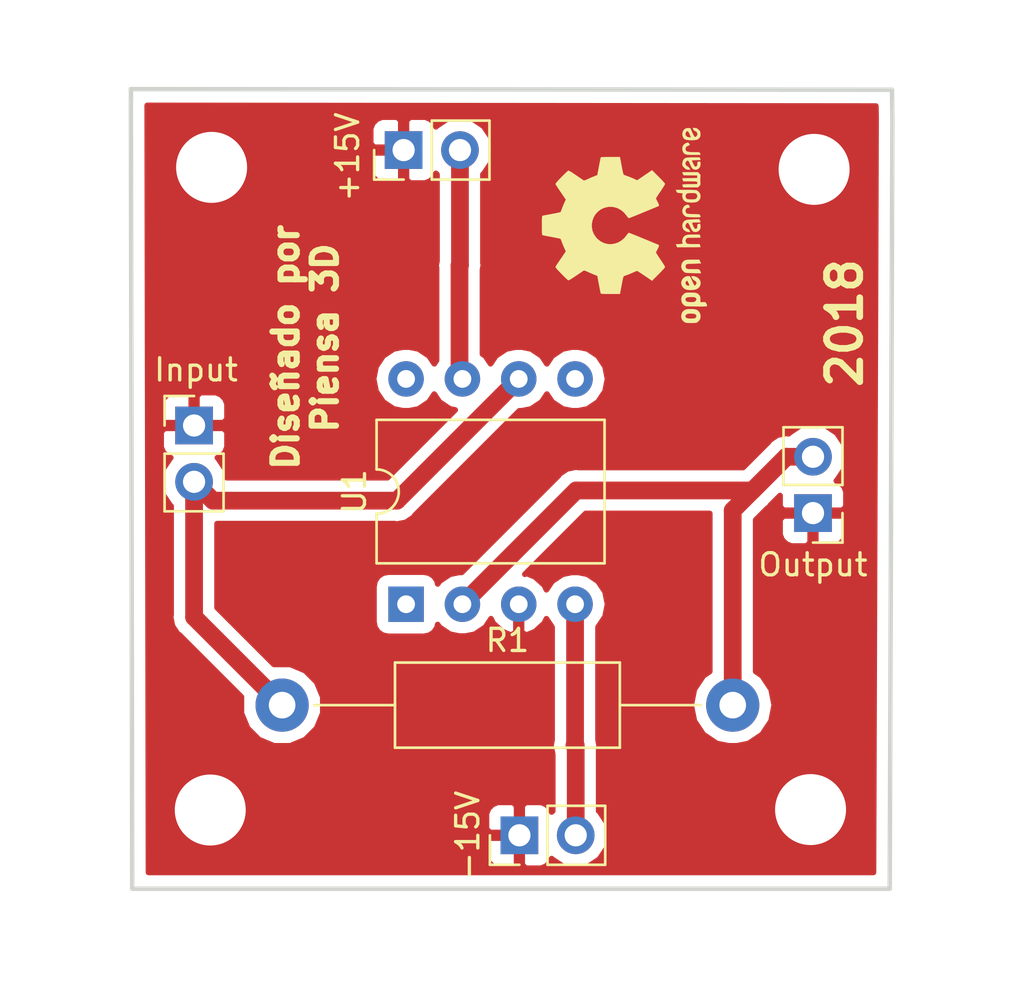
<source format=kicad_pcb>
(kicad_pcb (version 20171130) (host pcbnew 5.0.0-fee4fd1~66~ubuntu16.04.1)

  (general
    (thickness 1.6)
    (drawings 8)
    (tracks 20)
    (zones 0)
    (modules 11)
    (nets 6)
  )

  (page A4)
  (title_block
    (title "Convertidor de corriente-tensión")
    (date 2018-09-03)
    (rev 1.0)
    (company "Piensa 3D")
  )

  (layers
    (0 F.Cu signal)
    (31 B.Cu signal)
    (32 B.Adhes user)
    (33 F.Adhes user)
    (34 B.Paste user)
    (35 F.Paste user)
    (36 B.SilkS user)
    (37 F.SilkS user)
    (38 B.Mask user)
    (39 F.Mask user)
    (40 Dwgs.User user)
    (41 Cmts.User user)
    (42 Eco1.User user)
    (43 Eco2.User user)
    (44 Edge.Cuts user)
    (45 Margin user)
    (46 B.CrtYd user)
    (47 F.CrtYd user)
    (48 B.Fab user)
    (49 F.Fab user)
  )

  (setup
    (last_trace_width 0.8)
    (user_trace_width 0.4)
    (user_trace_width 0.8)
    (user_trace_width 0.9)
    (trace_clearance 0.2)
    (zone_clearance 0.508)
    (zone_45_only no)
    (trace_min 0.2)
    (segment_width 0.2)
    (edge_width 0.15)
    (via_size 0.8)
    (via_drill 0.4)
    (via_min_size 0.4)
    (via_min_drill 0.3)
    (uvia_size 0.3)
    (uvia_drill 0.1)
    (uvias_allowed no)
    (uvia_min_size 0.2)
    (uvia_min_drill 0.1)
    (pcb_text_width 0.3)
    (pcb_text_size 1.5 1.5)
    (mod_edge_width 0.15)
    (mod_text_size 1 1)
    (mod_text_width 0.15)
    (pad_size 1.524 1.524)
    (pad_drill 0.762)
    (pad_to_mask_clearance 0.2)
    (aux_axis_origin 0 0)
    (visible_elements FFFFFF7F)
    (pcbplotparams
      (layerselection 0x010fc_ffffffff)
      (usegerberextensions false)
      (usegerberattributes false)
      (usegerberadvancedattributes false)
      (creategerberjobfile false)
      (excludeedgelayer true)
      (linewidth 0.100000)
      (plotframeref false)
      (viasonmask false)
      (mode 1)
      (useauxorigin false)
      (hpglpennumber 1)
      (hpglpenspeed 20)
      (hpglpendiameter 15.000000)
      (psnegative false)
      (psa4output false)
      (plotreference true)
      (plotvalue true)
      (plotinvisibletext false)
      (padsonsilk false)
      (subtractmaskfromsilk false)
      (outputformat 1)
      (mirror false)
      (drillshape 1)
      (scaleselection 1)
      (outputdirectory ""))
  )

  (net 0 "")
  (net 1 GND)
  (net 2 "Net-(J1-Pad2)")
  (net 3 +15V)
  (net 4 -15V)
  (net 5 "Net-(J4-Pad2)")

  (net_class Default "Esta es la clase de red por defecto."
    (clearance 0.2)
    (trace_width 0.25)
    (via_dia 0.8)
    (via_drill 0.4)
    (uvia_dia 0.3)
    (uvia_drill 0.1)
    (add_net +15V)
    (add_net -15V)
    (add_net GND)
    (add_net "Net-(J1-Pad2)")
    (add_net "Net-(J4-Pad2)")
  )

  (module MountingHole:MountingHole_3.2mm_M3 (layer F.Cu) (tedit 5B8D598D) (tstamp 5BA56C56)
    (at 136.32 57.24)
    (descr "Mounting Hole 3.2mm, no annular, M3")
    (tags "mounting hole 3.2mm no annular m3")
    (attr virtual)
    (fp_text reference REF** (at 0 -4.2) (layer F.SilkS) hide
      (effects (font (size 1 1) (thickness 0.15)))
    )
    (fp_text value MountingHole_3.2mm_M3 (at 0 4.2) (layer F.Fab)
      (effects (font (size 1 1) (thickness 0.15)))
    )
    (fp_text user %R (at 0.3 0) (layer F.Fab)
      (effects (font (size 1 1) (thickness 0.15)))
    )
    (fp_circle (center 0 0) (end 3.2 0) (layer Cmts.User) (width 0.15))
    (fp_circle (center 0 0) (end 3.45 0) (layer F.CrtYd) (width 0.05))
    (pad 1 np_thru_hole circle (at 0 0) (size 3.2 3.2) (drill 3.2) (layers *.Cu *.Mask))
  )

  (module MountingHole:MountingHole_3.2mm_M3 (layer F.Cu) (tedit 5B8D5990) (tstamp 5BA56C2C)
    (at 109.25 57.26)
    (descr "Mounting Hole 3.2mm, no annular, M3")
    (tags "mounting hole 3.2mm no annular m3")
    (attr virtual)
    (fp_text reference REF** (at 0 -4.2) (layer F.SilkS) hide
      (effects (font (size 1 1) (thickness 0.15)))
    )
    (fp_text value MountingHole_3.2mm_M3 (at 0 4.2) (layer F.Fab)
      (effects (font (size 1 1) (thickness 0.15)))
    )
    (fp_circle (center 0 0) (end 3.45 0) (layer F.CrtYd) (width 0.05))
    (fp_circle (center 0 0) (end 3.2 0) (layer Cmts.User) (width 0.15))
    (fp_text user %R (at 0.3 0) (layer F.Fab)
      (effects (font (size 1 1) (thickness 0.15)))
    )
    (pad 1 np_thru_hole circle (at 0 0) (size 3.2 3.2) (drill 3.2) (layers *.Cu *.Mask))
  )

  (module MountingHole:MountingHole_3.2mm_M3 (layer F.Cu) (tedit 5B8D5987) (tstamp 5BA56C1E)
    (at 109.31 28.28)
    (descr "Mounting Hole 3.2mm, no annular, M3")
    (tags "mounting hole 3.2mm no annular m3")
    (attr virtual)
    (fp_text reference REF** (at 0.3 -4.63) (layer F.SilkS) hide
      (effects (font (size 1 1) (thickness 0.15)))
    )
    (fp_text value MountingHole_3.2mm_M3 (at 0 4.2) (layer F.Fab)
      (effects (font (size 1 1) (thickness 0.15)))
    )
    (fp_text user %R (at 0.3 0) (layer F.Fab)
      (effects (font (size 1 1) (thickness 0.15)))
    )
    (fp_circle (center 0 0) (end 3.2 0) (layer Cmts.User) (width 0.15))
    (fp_circle (center 0 0) (end 3.45 0) (layer F.CrtYd) (width 0.05))
    (pad 1 np_thru_hole circle (at 0 0) (size 3.2 3.2) (drill 3.2) (layers *.Cu *.Mask))
  )

  (module Connector_PinHeader_2.54mm:PinHeader_1x02_P2.54mm_Vertical (layer F.Cu) (tedit 5B8D5826) (tstamp 5B9A74D6)
    (at 136.43 43.87 180)
    (descr "Through hole straight pin header, 1x02, 2.54mm pitch, single row")
    (tags "Through hole pin header THT 1x02 2.54mm single row")
    (path /5B8D634B)
    (fp_text reference Output (at 0 -2.33 180) (layer F.SilkS)
      (effects (font (size 1 1) (thickness 0.15)))
    )
    (fp_text value Conn_01x02_Male (at 0 4.87 180) (layer F.Fab)
      (effects (font (size 1 1) (thickness 0.15)))
    )
    (fp_line (start -0.635 -1.27) (end 1.27 -1.27) (layer F.Fab) (width 0.1))
    (fp_line (start 1.27 -1.27) (end 1.27 3.81) (layer F.Fab) (width 0.1))
    (fp_line (start 1.27 3.81) (end -1.27 3.81) (layer F.Fab) (width 0.1))
    (fp_line (start -1.27 3.81) (end -1.27 -0.635) (layer F.Fab) (width 0.1))
    (fp_line (start -1.27 -0.635) (end -0.635 -1.27) (layer F.Fab) (width 0.1))
    (fp_line (start -1.33 3.87) (end 1.33 3.87) (layer F.SilkS) (width 0.12))
    (fp_line (start -1.33 1.27) (end -1.33 3.87) (layer F.SilkS) (width 0.12))
    (fp_line (start 1.33 1.27) (end 1.33 3.87) (layer F.SilkS) (width 0.12))
    (fp_line (start -1.33 1.27) (end 1.33 1.27) (layer F.SilkS) (width 0.12))
    (fp_line (start -1.33 0) (end -1.33 -1.33) (layer F.SilkS) (width 0.12))
    (fp_line (start -1.33 -1.33) (end 0 -1.33) (layer F.SilkS) (width 0.12))
    (fp_line (start -1.8 -1.8) (end -1.8 4.35) (layer F.CrtYd) (width 0.05))
    (fp_line (start -1.8 4.35) (end 1.8 4.35) (layer F.CrtYd) (width 0.05))
    (fp_line (start 1.8 4.35) (end 1.8 -1.8) (layer F.CrtYd) (width 0.05))
    (fp_line (start 1.8 -1.8) (end -1.8 -1.8) (layer F.CrtYd) (width 0.05))
    (fp_text user %R (at 0 1.27 270) (layer F.Fab)
      (effects (font (size 1 1) (thickness 0.15)))
    )
    (pad 1 thru_hole rect (at 0 0 180) (size 1.7 1.7) (drill 1) (layers *.Cu *.Mask)
      (net 1 GND))
    (pad 2 thru_hole oval (at 0 2.54 180) (size 1.7 1.7) (drill 1) (layers *.Cu *.Mask)
      (net 2 "Net-(J1-Pad2)"))
    (model ${KISYS3DMOD}/Connector_PinHeader_2.54mm.3dshapes/PinHeader_1x02_P2.54mm_Vertical.wrl
      (at (xyz 0 0 0))
      (scale (xyz 1 1 1))
      (rotate (xyz 0 0 0))
    )
  )

  (module Connector_PinHeader_2.54mm:PinHeader_1x02_P2.54mm_Vertical (layer F.Cu) (tedit 5B8D57FB) (tstamp 5B9A74EC)
    (at 117.97 27.5 90)
    (descr "Through hole straight pin header, 1x02, 2.54mm pitch, single row")
    (tags "Through hole pin header THT 1x02 2.54mm single row")
    (path /5B8D5BD6)
    (fp_text reference +15V (at -0.31 -2.53 90) (layer F.SilkS)
      (effects (font (size 1 1) (thickness 0.15)))
    )
    (fp_text value Conn_01x02_Male (at 0 4.87 90) (layer F.Fab)
      (effects (font (size 1 1) (thickness 0.15)))
    )
    (fp_line (start -0.635 -1.27) (end 1.27 -1.27) (layer F.Fab) (width 0.1))
    (fp_line (start 1.27 -1.27) (end 1.27 3.81) (layer F.Fab) (width 0.1))
    (fp_line (start 1.27 3.81) (end -1.27 3.81) (layer F.Fab) (width 0.1))
    (fp_line (start -1.27 3.81) (end -1.27 -0.635) (layer F.Fab) (width 0.1))
    (fp_line (start -1.27 -0.635) (end -0.635 -1.27) (layer F.Fab) (width 0.1))
    (fp_line (start -1.33 3.87) (end 1.33 3.87) (layer F.SilkS) (width 0.12))
    (fp_line (start -1.33 1.27) (end -1.33 3.87) (layer F.SilkS) (width 0.12))
    (fp_line (start 1.33 1.27) (end 1.33 3.87) (layer F.SilkS) (width 0.12))
    (fp_line (start -1.33 1.27) (end 1.33 1.27) (layer F.SilkS) (width 0.12))
    (fp_line (start -1.33 0) (end -1.33 -1.33) (layer F.SilkS) (width 0.12))
    (fp_line (start -1.33 -1.33) (end 0 -1.33) (layer F.SilkS) (width 0.12))
    (fp_line (start -1.8 -1.8) (end -1.8 4.35) (layer F.CrtYd) (width 0.05))
    (fp_line (start -1.8 4.35) (end 1.8 4.35) (layer F.CrtYd) (width 0.05))
    (fp_line (start 1.8 4.35) (end 1.8 -1.8) (layer F.CrtYd) (width 0.05))
    (fp_line (start 1.8 -1.8) (end -1.8 -1.8) (layer F.CrtYd) (width 0.05))
    (fp_text user %R (at 0 1.27 180) (layer F.Fab)
      (effects (font (size 1 1) (thickness 0.15)))
    )
    (pad 1 thru_hole rect (at 0 0 90) (size 1.7 1.7) (drill 1) (layers *.Cu *.Mask)
      (net 1 GND))
    (pad 2 thru_hole oval (at 0 2.54 90) (size 1.7 1.7) (drill 1) (layers *.Cu *.Mask)
      (net 3 +15V))
    (model ${KISYS3DMOD}/Connector_PinHeader_2.54mm.3dshapes/PinHeader_1x02_P2.54mm_Vertical.wrl
      (at (xyz 0 0 0))
      (scale (xyz 1 1 1))
      (rotate (xyz 0 0 0))
    )
  )

  (module Connector_PinHeader_2.54mm:PinHeader_1x02_P2.54mm_Vertical (layer F.Cu) (tedit 5B8D581E) (tstamp 5B9A7502)
    (at 123.19 58.4 90)
    (descr "Through hole straight pin header, 1x02, 2.54mm pitch, single row")
    (tags "Through hole pin header THT 1x02 2.54mm single row")
    (path /5B8D5F92)
    (fp_text reference -15V (at 0 -2.33 90) (layer F.SilkS)
      (effects (font (size 1 1) (thickness 0.15)))
    )
    (fp_text value Conn_01x02_Male (at 0 4.87 90) (layer F.Fab)
      (effects (font (size 1 1) (thickness 0.15)))
    )
    (fp_text user %R (at 0 1.27 180) (layer F.Fab)
      (effects (font (size 1 1) (thickness 0.15)))
    )
    (fp_line (start 1.8 -1.8) (end -1.8 -1.8) (layer F.CrtYd) (width 0.05))
    (fp_line (start 1.8 4.35) (end 1.8 -1.8) (layer F.CrtYd) (width 0.05))
    (fp_line (start -1.8 4.35) (end 1.8 4.35) (layer F.CrtYd) (width 0.05))
    (fp_line (start -1.8 -1.8) (end -1.8 4.35) (layer F.CrtYd) (width 0.05))
    (fp_line (start -1.33 -1.33) (end 0 -1.33) (layer F.SilkS) (width 0.12))
    (fp_line (start -1.33 0) (end -1.33 -1.33) (layer F.SilkS) (width 0.12))
    (fp_line (start -1.33 1.27) (end 1.33 1.27) (layer F.SilkS) (width 0.12))
    (fp_line (start 1.33 1.27) (end 1.33 3.87) (layer F.SilkS) (width 0.12))
    (fp_line (start -1.33 1.27) (end -1.33 3.87) (layer F.SilkS) (width 0.12))
    (fp_line (start -1.33 3.87) (end 1.33 3.87) (layer F.SilkS) (width 0.12))
    (fp_line (start -1.27 -0.635) (end -0.635 -1.27) (layer F.Fab) (width 0.1))
    (fp_line (start -1.27 3.81) (end -1.27 -0.635) (layer F.Fab) (width 0.1))
    (fp_line (start 1.27 3.81) (end -1.27 3.81) (layer F.Fab) (width 0.1))
    (fp_line (start 1.27 -1.27) (end 1.27 3.81) (layer F.Fab) (width 0.1))
    (fp_line (start -0.635 -1.27) (end 1.27 -1.27) (layer F.Fab) (width 0.1))
    (pad 2 thru_hole oval (at 0 2.54 90) (size 1.7 1.7) (drill 1) (layers *.Cu *.Mask)
      (net 4 -15V))
    (pad 1 thru_hole rect (at 0 0 90) (size 1.7 1.7) (drill 1) (layers *.Cu *.Mask)
      (net 1 GND))
    (model ${KISYS3DMOD}/Connector_PinHeader_2.54mm.3dshapes/PinHeader_1x02_P2.54mm_Vertical.wrl
      (at (xyz 0 0 0))
      (scale (xyz 1 1 1))
      (rotate (xyz 0 0 0))
    )
  )

  (module Connector_PinHeader_2.54mm:PinHeader_1x02_P2.54mm_Vertical (layer F.Cu) (tedit 5B8D5814) (tstamp 5B9A7518)
    (at 108.52 39.92)
    (descr "Through hole straight pin header, 1x02, 2.54mm pitch, single row")
    (tags "Through hole pin header THT 1x02 2.54mm single row")
    (path /5B8D67B8)
    (fp_text reference "Input " (at 0.47 -2.51) (layer F.SilkS)
      (effects (font (size 1 1) (thickness 0.15)))
    )
    (fp_text value Conn_01x02_Male (at 0 4.87) (layer F.Fab)
      (effects (font (size 1 1) (thickness 0.15)))
    )
    (fp_text user %R (at 0 1.27 90) (layer F.Fab)
      (effects (font (size 1 1) (thickness 0.15)))
    )
    (fp_line (start 1.8 -1.8) (end -1.8 -1.8) (layer F.CrtYd) (width 0.05))
    (fp_line (start 1.8 4.35) (end 1.8 -1.8) (layer F.CrtYd) (width 0.05))
    (fp_line (start -1.8 4.35) (end 1.8 4.35) (layer F.CrtYd) (width 0.05))
    (fp_line (start -1.8 -1.8) (end -1.8 4.35) (layer F.CrtYd) (width 0.05))
    (fp_line (start -1.33 -1.33) (end 0 -1.33) (layer F.SilkS) (width 0.12))
    (fp_line (start -1.33 0) (end -1.33 -1.33) (layer F.SilkS) (width 0.12))
    (fp_line (start -1.33 1.27) (end 1.33 1.27) (layer F.SilkS) (width 0.12))
    (fp_line (start 1.33 1.27) (end 1.33 3.87) (layer F.SilkS) (width 0.12))
    (fp_line (start -1.33 1.27) (end -1.33 3.87) (layer F.SilkS) (width 0.12))
    (fp_line (start -1.33 3.87) (end 1.33 3.87) (layer F.SilkS) (width 0.12))
    (fp_line (start -1.27 -0.635) (end -0.635 -1.27) (layer F.Fab) (width 0.1))
    (fp_line (start -1.27 3.81) (end -1.27 -0.635) (layer F.Fab) (width 0.1))
    (fp_line (start 1.27 3.81) (end -1.27 3.81) (layer F.Fab) (width 0.1))
    (fp_line (start 1.27 -1.27) (end 1.27 3.81) (layer F.Fab) (width 0.1))
    (fp_line (start -0.635 -1.27) (end 1.27 -1.27) (layer F.Fab) (width 0.1))
    (pad 2 thru_hole oval (at 0 2.54) (size 1.7 1.7) (drill 1) (layers *.Cu *.Mask)
      (net 5 "Net-(J4-Pad2)"))
    (pad 1 thru_hole rect (at 0 0) (size 1.7 1.7) (drill 1) (layers *.Cu *.Mask)
      (net 1 GND))
    (model ${KISYS3DMOD}/Connector_PinHeader_2.54mm.3dshapes/PinHeader_1x02_P2.54mm_Vertical.wrl
      (at (xyz 0 0 0))
      (scale (xyz 1 1 1))
      (rotate (xyz 0 0 0))
    )
  )

  (module Resistor_THT:R_Axial_DIN0411_L9.9mm_D3.6mm_P20.32mm_Horizontal (layer F.Cu) (tedit 5AE5139B) (tstamp 5B9A7CC7)
    (at 112.49 52.53)
    (descr "Resistor, Axial_DIN0411 series, Axial, Horizontal, pin pitch=20.32mm, 1W, length*diameter=9.9*3.6mm^2")
    (tags "Resistor Axial_DIN0411 series Axial Horizontal pin pitch 20.32mm 1W length 9.9mm diameter 3.6mm")
    (path /5B8D5589)
    (fp_text reference R1 (at 10.16 -2.92) (layer F.SilkS)
      (effects (font (size 1 1) (thickness 0.15)))
    )
    (fp_text value 1k (at 10.16 2.92) (layer F.Fab)
      (effects (font (size 1 1) (thickness 0.15)))
    )
    (fp_line (start 5.21 -1.8) (end 5.21 1.8) (layer F.Fab) (width 0.1))
    (fp_line (start 5.21 1.8) (end 15.11 1.8) (layer F.Fab) (width 0.1))
    (fp_line (start 15.11 1.8) (end 15.11 -1.8) (layer F.Fab) (width 0.1))
    (fp_line (start 15.11 -1.8) (end 5.21 -1.8) (layer F.Fab) (width 0.1))
    (fp_line (start 0 0) (end 5.21 0) (layer F.Fab) (width 0.1))
    (fp_line (start 20.32 0) (end 15.11 0) (layer F.Fab) (width 0.1))
    (fp_line (start 5.09 -1.92) (end 5.09 1.92) (layer F.SilkS) (width 0.12))
    (fp_line (start 5.09 1.92) (end 15.23 1.92) (layer F.SilkS) (width 0.12))
    (fp_line (start 15.23 1.92) (end 15.23 -1.92) (layer F.SilkS) (width 0.12))
    (fp_line (start 15.23 -1.92) (end 5.09 -1.92) (layer F.SilkS) (width 0.12))
    (fp_line (start 1.44 0) (end 5.09 0) (layer F.SilkS) (width 0.12))
    (fp_line (start 18.88 0) (end 15.23 0) (layer F.SilkS) (width 0.12))
    (fp_line (start -1.45 -2.05) (end -1.45 2.05) (layer F.CrtYd) (width 0.05))
    (fp_line (start -1.45 2.05) (end 21.77 2.05) (layer F.CrtYd) (width 0.05))
    (fp_line (start 21.77 2.05) (end 21.77 -2.05) (layer F.CrtYd) (width 0.05))
    (fp_line (start 21.77 -2.05) (end -1.45 -2.05) (layer F.CrtYd) (width 0.05))
    (fp_text user %R (at 10.16 0 90) (layer F.Fab)
      (effects (font (size 1 1) (thickness 0.15)))
    )
    (pad 1 thru_hole circle (at 0 0) (size 2.4 2.4) (drill 1.2) (layers *.Cu *.Mask)
      (net 5 "Net-(J4-Pad2)"))
    (pad 2 thru_hole oval (at 20.32 0) (size 2.4 2.4) (drill 1.2) (layers *.Cu *.Mask)
      (net 2 "Net-(J1-Pad2)"))
    (model ${KISYS3DMOD}/Resistor_THT.3dshapes/R_Axial_DIN0411_L9.9mm_D3.6mm_P20.32mm_Horizontal.wrl
      (at (xyz 0 0 0))
      (scale (xyz 1 1 1))
      (rotate (xyz 0 0 0))
    )
  )

  (module Package_DIP:DIP-8_W10.16mm (layer F.Cu) (tedit 5A02E8C5) (tstamp 5B9A754B)
    (at 118.08 47.98 90)
    (descr "8-lead though-hole mounted DIP package, row spacing 10.16 mm (400 mils)")
    (tags "THT DIP DIL PDIP 2.54mm 10.16mm 400mil")
    (path /5B8D53EA)
    (fp_text reference U1 (at 5.08 -2.33 90) (layer F.SilkS)
      (effects (font (size 1 1) (thickness 0.15)))
    )
    (fp_text value LM741 (at 5.08 9.95 90) (layer F.Fab)
      (effects (font (size 1 1) (thickness 0.15)))
    )
    (fp_arc (start 5.08 -1.33) (end 4.08 -1.33) (angle -180) (layer F.SilkS) (width 0.12))
    (fp_line (start 2.905 -1.27) (end 8.255 -1.27) (layer F.Fab) (width 0.1))
    (fp_line (start 8.255 -1.27) (end 8.255 8.89) (layer F.Fab) (width 0.1))
    (fp_line (start 8.255 8.89) (end 1.905 8.89) (layer F.Fab) (width 0.1))
    (fp_line (start 1.905 8.89) (end 1.905 -0.27) (layer F.Fab) (width 0.1))
    (fp_line (start 1.905 -0.27) (end 2.905 -1.27) (layer F.Fab) (width 0.1))
    (fp_line (start 4.08 -1.33) (end 1.845 -1.33) (layer F.SilkS) (width 0.12))
    (fp_line (start 1.845 -1.33) (end 1.845 8.95) (layer F.SilkS) (width 0.12))
    (fp_line (start 1.845 8.95) (end 8.315 8.95) (layer F.SilkS) (width 0.12))
    (fp_line (start 8.315 8.95) (end 8.315 -1.33) (layer F.SilkS) (width 0.12))
    (fp_line (start 8.315 -1.33) (end 6.08 -1.33) (layer F.SilkS) (width 0.12))
    (fp_line (start -1.05 -1.55) (end -1.05 9.15) (layer F.CrtYd) (width 0.05))
    (fp_line (start -1.05 9.15) (end 11.25 9.15) (layer F.CrtYd) (width 0.05))
    (fp_line (start 11.25 9.15) (end 11.25 -1.55) (layer F.CrtYd) (width 0.05))
    (fp_line (start 11.25 -1.55) (end -1.05 -1.55) (layer F.CrtYd) (width 0.05))
    (fp_text user %R (at 5.08 3.81 90) (layer F.Fab)
      (effects (font (size 1 1) (thickness 0.15)))
    )
    (pad 1 thru_hole rect (at 0 0 90) (size 1.6 1.6) (drill 0.8) (layers *.Cu *.Mask))
    (pad 5 thru_hole oval (at 10.16 7.62 90) (size 1.6 1.6) (drill 0.8) (layers *.Cu *.Mask))
    (pad 2 thru_hole oval (at 0 2.54 90) (size 1.6 1.6) (drill 0.8) (layers *.Cu *.Mask)
      (net 2 "Net-(J1-Pad2)"))
    (pad 6 thru_hole oval (at 10.16 5.08 90) (size 1.6 1.6) (drill 0.8) (layers *.Cu *.Mask)
      (net 5 "Net-(J4-Pad2)"))
    (pad 3 thru_hole oval (at 0 5.08 90) (size 1.6 1.6) (drill 0.8) (layers *.Cu *.Mask)
      (net 1 GND))
    (pad 7 thru_hole oval (at 10.16 2.54 90) (size 1.6 1.6) (drill 0.8) (layers *.Cu *.Mask)
      (net 3 +15V))
    (pad 4 thru_hole oval (at 0 7.62 90) (size 1.6 1.6) (drill 0.8) (layers *.Cu *.Mask)
      (net 4 -15V))
    (pad 8 thru_hole oval (at 10.16 0 90) (size 1.6 1.6) (drill 0.8) (layers *.Cu *.Mask))
    (model ${KISYS3DMOD}/Package_DIP.3dshapes/DIP-8_W10.16mm.wrl
      (at (xyz 0 0 0))
      (scale (xyz 1 1 1))
      (rotate (xyz 0 0 0))
    )
  )

  (module Symbol:OSHW-Logo2_9.8x8mm_SilkScreen (layer F.Cu) (tedit 0) (tstamp 5BA56BED)
    (at 127.92 30.9 90)
    (descr "Open Source Hardware Symbol")
    (tags "Logo Symbol OSHW")
    (attr virtual)
    (fp_text reference REF** (at 0 0 90) (layer F.SilkS) hide
      (effects (font (size 1 1) (thickness 0.15)))
    )
    (fp_text value OSHW-Logo2_9.8x8mm_SilkScreen (at 0.75 0 90) (layer F.Fab) hide
      (effects (font (size 1 1) (thickness 0.15)))
    )
    (fp_poly (pts (xy 0.139878 -3.712224) (xy 0.245612 -3.711645) (xy 0.322132 -3.710078) (xy 0.374372 -3.707028)
      (xy 0.407263 -3.702004) (xy 0.425737 -3.694511) (xy 0.434727 -3.684056) (xy 0.439163 -3.670147)
      (xy 0.439594 -3.668346) (xy 0.446333 -3.635855) (xy 0.458808 -3.571748) (xy 0.475719 -3.482849)
      (xy 0.495771 -3.375981) (xy 0.517664 -3.257967) (xy 0.518429 -3.253822) (xy 0.540359 -3.138169)
      (xy 0.560877 -3.035986) (xy 0.578659 -2.953402) (xy 0.592381 -2.896544) (xy 0.600718 -2.871542)
      (xy 0.601116 -2.871099) (xy 0.625677 -2.85889) (xy 0.676315 -2.838544) (xy 0.742095 -2.814455)
      (xy 0.742461 -2.814326) (xy 0.825317 -2.783182) (xy 0.923 -2.743509) (xy 1.015077 -2.703619)
      (xy 1.019434 -2.701647) (xy 1.169407 -2.63358) (xy 1.501498 -2.860361) (xy 1.603374 -2.929496)
      (xy 1.695657 -2.991303) (xy 1.773003 -3.042267) (xy 1.830064 -3.078873) (xy 1.861495 -3.097606)
      (xy 1.864479 -3.098996) (xy 1.887321 -3.09281) (xy 1.929982 -3.062965) (xy 1.994128 -3.008053)
      (xy 2.081421 -2.926666) (xy 2.170535 -2.840078) (xy 2.256441 -2.754753) (xy 2.333327 -2.676892)
      (xy 2.396564 -2.611303) (xy 2.441523 -2.562795) (xy 2.463576 -2.536175) (xy 2.464396 -2.534805)
      (xy 2.466834 -2.516537) (xy 2.45765 -2.486705) (xy 2.434574 -2.441279) (xy 2.395337 -2.37623)
      (xy 2.33767 -2.28753) (xy 2.260795 -2.173343) (xy 2.19257 -2.072838) (xy 2.131582 -1.982697)
      (xy 2.081356 -1.908151) (xy 2.045416 -1.854435) (xy 2.027287 -1.826782) (xy 2.026146 -1.824905)
      (xy 2.028359 -1.79841) (xy 2.045138 -1.746914) (xy 2.073142 -1.680149) (xy 2.083122 -1.658828)
      (xy 2.126672 -1.563841) (xy 2.173134 -1.456063) (xy 2.210877 -1.362808) (xy 2.238073 -1.293594)
      (xy 2.259675 -1.240994) (xy 2.272158 -1.213503) (xy 2.273709 -1.211384) (xy 2.296668 -1.207876)
      (xy 2.350786 -1.198262) (xy 2.428868 -1.183911) (xy 2.523719 -1.166193) (xy 2.628143 -1.146475)
      (xy 2.734944 -1.126126) (xy 2.836926 -1.106514) (xy 2.926894 -1.089009) (xy 2.997653 -1.074978)
      (xy 3.042006 -1.065791) (xy 3.052885 -1.063193) (xy 3.064122 -1.056782) (xy 3.072605 -1.042303)
      (xy 3.078714 -1.014867) (xy 3.082832 -0.969589) (xy 3.085341 -0.90158) (xy 3.086621 -0.805953)
      (xy 3.087054 -0.67782) (xy 3.087077 -0.625299) (xy 3.087077 -0.198155) (xy 2.9845 -0.177909)
      (xy 2.927431 -0.16693) (xy 2.842269 -0.150905) (xy 2.739372 -0.131767) (xy 2.629096 -0.111449)
      (xy 2.598615 -0.105868) (xy 2.496855 -0.086083) (xy 2.408205 -0.066627) (xy 2.340108 -0.049303)
      (xy 2.300004 -0.035912) (xy 2.293323 -0.031921) (xy 2.276919 -0.003658) (xy 2.253399 0.051109)
      (xy 2.227316 0.121588) (xy 2.222142 0.136769) (xy 2.187956 0.230896) (xy 2.145523 0.337101)
      (xy 2.103997 0.432473) (xy 2.103792 0.432916) (xy 2.03464 0.582525) (xy 2.489512 1.251617)
      (xy 2.1975 1.544116) (xy 2.10918 1.63117) (xy 2.028625 1.707909) (xy 1.96036 1.770237)
      (xy 1.908908 1.814056) (xy 1.878794 1.83527) (xy 1.874474 1.836616) (xy 1.849111 1.826016)
      (xy 1.797358 1.796547) (xy 1.724868 1.751705) (xy 1.637294 1.694984) (xy 1.542612 1.631462)
      (xy 1.446516 1.566668) (xy 1.360837 1.510287) (xy 1.291016 1.465788) (xy 1.242494 1.436639)
      (xy 1.220782 1.426308) (xy 1.194293 1.43505) (xy 1.144062 1.458087) (xy 1.080451 1.490631)
      (xy 1.073708 1.494249) (xy 0.988046 1.53721) (xy 0.929306 1.558279) (xy 0.892772 1.558503)
      (xy 0.873731 1.538928) (xy 0.87362 1.538654) (xy 0.864102 1.515472) (xy 0.841403 1.460441)
      (xy 0.807282 1.377822) (xy 0.7635 1.271872) (xy 0.711816 1.146852) (xy 0.653992 1.00702)
      (xy 0.597991 0.871637) (xy 0.536447 0.722234) (xy 0.479939 0.583832) (xy 0.430161 0.460673)
      (xy 0.388806 0.357002) (xy 0.357568 0.277059) (xy 0.338141 0.225088) (xy 0.332154 0.205692)
      (xy 0.347168 0.183443) (xy 0.386439 0.147982) (xy 0.438807 0.108887) (xy 0.587941 -0.014755)
      (xy 0.704511 -0.156478) (xy 0.787118 -0.313296) (xy 0.834366 -0.482225) (xy 0.844857 -0.660278)
      (xy 0.837231 -0.742461) (xy 0.795682 -0.912969) (xy 0.724123 -1.063541) (xy 0.626995 -1.192691)
      (xy 0.508734 -1.298936) (xy 0.37378 -1.38079) (xy 0.226571 -1.436768) (xy 0.071544 -1.465385)
      (xy -0.086861 -1.465156) (xy -0.244206 -1.434595) (xy -0.396054 -1.372218) (xy -0.537965 -1.27654)
      (xy -0.597197 -1.222428) (xy -0.710797 -1.08348) (xy -0.789894 -0.931639) (xy -0.835014 -0.771333)
      (xy -0.846684 -0.606988) (xy -0.825431 -0.443029) (xy -0.77178 -0.283882) (xy -0.68626 -0.133975)
      (xy -0.569395 0.002267) (xy -0.438807 0.108887) (xy -0.384412 0.149642) (xy -0.345986 0.184718)
      (xy -0.332154 0.205726) (xy -0.339397 0.228635) (xy -0.359995 0.283365) (xy -0.392254 0.365672)
      (xy -0.434479 0.471315) (xy -0.484977 0.59605) (xy -0.542052 0.735636) (xy -0.598146 0.87167)
      (xy -0.660033 1.021201) (xy -0.717356 1.159767) (xy -0.768356 1.283107) (xy -0.811273 1.386964)
      (xy -0.844347 1.46708) (xy -0.865819 1.519195) (xy -0.873775 1.538654) (xy -0.892571 1.558423)
      (xy -0.928926 1.558365) (xy -0.987521 1.537441) (xy -1.073032 1.494613) (xy -1.073708 1.494249)
      (xy -1.138093 1.461012) (xy -1.190139 1.436802) (xy -1.219488 1.426404) (xy -1.220783 1.426308)
      (xy -1.242876 1.436855) (xy -1.291652 1.466184) (xy -1.361669 1.510827) (xy -1.447486 1.567314)
      (xy -1.542612 1.631462) (xy -1.63946 1.696411) (xy -1.726747 1.752896) (xy -1.798819 1.797421)
      (xy -1.850023 1.82649) (xy -1.874474 1.836616) (xy -1.89699 1.823307) (xy -1.942258 1.786112)
      (xy -2.005756 1.729128) (xy -2.082961 1.656449) (xy -2.169349 1.572171) (xy -2.197601 1.544016)
      (xy -2.489713 1.251416) (xy -2.267369 0.925104) (xy -2.199798 0.824897) (xy -2.140493 0.734963)
      (xy -2.092783 0.66051) (xy -2.059993 0.606751) (xy -2.045452 0.578894) (xy -2.045026 0.576912)
      (xy -2.052692 0.550655) (xy -2.073311 0.497837) (xy -2.103315 0.42731) (xy -2.124375 0.380093)
      (xy -2.163752 0.289694) (xy -2.200835 0.198366) (xy -2.229585 0.1212) (xy -2.237395 0.097692)
      (xy -2.259583 0.034916) (xy -2.281273 -0.013589) (xy -2.293187 -0.031921) (xy -2.319477 -0.043141)
      (xy -2.376858 -0.059046) (xy -2.457882 -0.077833) (xy -2.555105 -0.097701) (xy -2.598615 -0.105868)
      (xy -2.709104 -0.126171) (xy -2.815084 -0.14583) (xy -2.906199 -0.162912) (xy -2.972092 -0.175482)
      (xy -2.9845 -0.177909) (xy -3.087077 -0.198155) (xy -3.087077 -0.625299) (xy -3.086847 -0.765754)
      (xy -3.085901 -0.872021) (xy -3.083859 -0.948987) (xy -3.080338 -1.00154) (xy -3.074957 -1.034567)
      (xy -3.067334 -1.052955) (xy -3.057088 -1.061592) (xy -3.052885 -1.063193) (xy -3.02753 -1.068873)
      (xy -2.971516 -1.080205) (xy -2.892036 -1.095821) (xy -2.796288 -1.114353) (xy -2.691467 -1.134431)
      (xy -2.584768 -1.154688) (xy -2.483387 -1.173754) (xy -2.394521 -1.190261) (xy -2.325363 -1.202841)
      (xy -2.283111 -1.210125) (xy -2.27371 -1.211384) (xy -2.265193 -1.228237) (xy -2.24634 -1.27313)
      (xy -2.220676 -1.33757) (xy -2.210877 -1.362808) (xy -2.171352 -1.460314) (xy -2.124808 -1.568041)
      (xy -2.083123 -1.658828) (xy -2.05245 -1.728247) (xy -2.032044 -1.78529) (xy -2.025232 -1.820223)
      (xy -2.026318 -1.824905) (xy -2.040715 -1.847009) (xy -2.073588 -1.896169) (xy -2.12141 -1.967152)
      (xy -2.180652 -2.054722) (xy -2.247785 -2.153643) (xy -2.261059 -2.17317) (xy -2.338954 -2.28886)
      (xy -2.396213 -2.376956) (xy -2.435119 -2.441514) (xy -2.457956 -2.486589) (xy -2.467006 -2.516237)
      (xy -2.464552 -2.534515) (xy -2.464489 -2.534631) (xy -2.445173 -2.558639) (xy -2.402449 -2.605053)
      (xy -2.340949 -2.669063) (xy -2.265302 -2.745855) (xy -2.180139 -2.830618) (xy -2.170535 -2.840078)
      (xy -2.06321 -2.944011) (xy -1.980385 -3.020325) (xy -1.920395 -3.070429) (xy -1.881577 -3.09573)
      (xy -1.86448 -3.098996) (xy -1.839527 -3.08475) (xy -1.787745 -3.051844) (xy -1.71448 -3.003792)
      (xy -1.62508 -2.94411) (xy -1.524889 -2.876312) (xy -1.501499 -2.860361) (xy -1.169407 -2.63358)
      (xy -1.019435 -2.701647) (xy -0.92823 -2.741315) (xy -0.830331 -2.781209) (xy -0.746169 -2.813017)
      (xy -0.742462 -2.814326) (xy -0.676631 -2.838424) (xy -0.625884 -2.8588) (xy -0.601158 -2.871064)
      (xy -0.601116 -2.871099) (xy -0.593271 -2.893266) (xy -0.579934 -2.947783) (xy -0.56243 -3.02852)
      (xy -0.542083 -3.12935) (xy -0.520218 -3.244144) (xy -0.518429 -3.253822) (xy -0.496496 -3.372096)
      (xy -0.47636 -3.479458) (xy -0.45932 -3.569083) (xy -0.446672 -3.634149) (xy -0.439716 -3.667832)
      (xy -0.439594 -3.668346) (xy -0.435361 -3.682675) (xy -0.427129 -3.693493) (xy -0.409967 -3.701294)
      (xy -0.378942 -3.706571) (xy -0.329122 -3.709818) (xy -0.255576 -3.711528) (xy -0.153371 -3.712193)
      (xy -0.017575 -3.712307) (xy 0 -3.712308) (xy 0.139878 -3.712224)) (layer F.SilkS) (width 0.01))
    (fp_poly (pts (xy 4.245224 2.647838) (xy 4.322528 2.698361) (xy 4.359814 2.74359) (xy 4.389353 2.825663)
      (xy 4.391699 2.890607) (xy 4.386385 2.977445) (xy 4.186115 3.065103) (xy 4.088739 3.109887)
      (xy 4.025113 3.145913) (xy 3.992029 3.177117) (xy 3.98628 3.207436) (xy 4.004658 3.240805)
      (xy 4.024923 3.262923) (xy 4.083889 3.298393) (xy 4.148024 3.300879) (xy 4.206926 3.273235)
      (xy 4.250197 3.21832) (xy 4.257936 3.198928) (xy 4.295006 3.138364) (xy 4.337654 3.112552)
      (xy 4.396154 3.090471) (xy 4.396154 3.174184) (xy 4.390982 3.23115) (xy 4.370723 3.279189)
      (xy 4.328262 3.334346) (xy 4.321951 3.341514) (xy 4.27472 3.390585) (xy 4.234121 3.41692)
      (xy 4.183328 3.429035) (xy 4.14122 3.433003) (xy 4.065902 3.433991) (xy 4.012286 3.421466)
      (xy 3.978838 3.402869) (xy 3.926268 3.361975) (xy 3.889879 3.317748) (xy 3.86685 3.262126)
      (xy 3.854359 3.187047) (xy 3.849587 3.084449) (xy 3.849206 3.032376) (xy 3.850501 2.969948)
      (xy 3.968471 2.969948) (xy 3.969839 3.003438) (xy 3.973249 3.008923) (xy 3.995753 3.001472)
      (xy 4.044182 2.981753) (xy 4.108908 2.953718) (xy 4.122443 2.947692) (xy 4.204244 2.906096)
      (xy 4.249312 2.869538) (xy 4.259217 2.835296) (xy 4.235526 2.800648) (xy 4.21596 2.785339)
      (xy 4.14536 2.754721) (xy 4.07928 2.75978) (xy 4.023959 2.797151) (xy 3.985636 2.863473)
      (xy 3.973349 2.916116) (xy 3.968471 2.969948) (xy 3.850501 2.969948) (xy 3.85173 2.91072)
      (xy 3.861032 2.82071) (xy 3.87946 2.755167) (xy 3.90936 2.706912) (xy 3.95308 2.668767)
      (xy 3.972141 2.65644) (xy 4.058726 2.624336) (xy 4.153522 2.622316) (xy 4.245224 2.647838)) (layer F.SilkS) (width 0.01))
    (fp_poly (pts (xy 3.570807 2.636782) (xy 3.594161 2.646988) (xy 3.649902 2.691134) (xy 3.697569 2.754967)
      (xy 3.727048 2.823087) (xy 3.731846 2.85667) (xy 3.71576 2.903556) (xy 3.680475 2.928365)
      (xy 3.642644 2.943387) (xy 3.625321 2.946155) (xy 3.616886 2.926066) (xy 3.60023 2.882351)
      (xy 3.592923 2.862598) (xy 3.551948 2.794271) (xy 3.492622 2.760191) (xy 3.416552 2.761239)
      (xy 3.410918 2.762581) (xy 3.370305 2.781836) (xy 3.340448 2.819375) (xy 3.320055 2.879809)
      (xy 3.307836 2.967751) (xy 3.3025 3.087813) (xy 3.302 3.151698) (xy 3.301752 3.252403)
      (xy 3.300126 3.321054) (xy 3.295801 3.364673) (xy 3.287454 3.390282) (xy 3.273765 3.404903)
      (xy 3.253411 3.415558) (xy 3.252234 3.416095) (xy 3.213038 3.432667) (xy 3.193619 3.438769)
      (xy 3.190635 3.420319) (xy 3.188081 3.369323) (xy 3.18614 3.292308) (xy 3.184997 3.195805)
      (xy 3.184769 3.125184) (xy 3.185932 2.988525) (xy 3.190479 2.884851) (xy 3.199999 2.808108)
      (xy 3.216081 2.752246) (xy 3.240313 2.711212) (xy 3.274286 2.678954) (xy 3.307833 2.65644)
      (xy 3.388499 2.626476) (xy 3.482381 2.619718) (xy 3.570807 2.636782)) (layer F.SilkS) (width 0.01))
    (fp_poly (pts (xy 2.887333 2.633528) (xy 2.94359 2.659117) (xy 2.987747 2.690124) (xy 3.020101 2.724795)
      (xy 3.042438 2.76952) (xy 3.056546 2.830692) (xy 3.064211 2.914701) (xy 3.06722 3.02794)
      (xy 3.067538 3.102509) (xy 3.067538 3.39342) (xy 3.017773 3.416095) (xy 2.978576 3.432667)
      (xy 2.959157 3.438769) (xy 2.955442 3.42061) (xy 2.952495 3.371648) (xy 2.950691 3.300153)
      (xy 2.950308 3.243385) (xy 2.948661 3.161371) (xy 2.944222 3.096309) (xy 2.93774 3.056467)
      (xy 2.93259 3.048) (xy 2.897977 3.056646) (xy 2.84364 3.078823) (xy 2.780722 3.108886)
      (xy 2.720368 3.141192) (xy 2.673721 3.170098) (xy 2.651926 3.189961) (xy 2.651839 3.190175)
      (xy 2.653714 3.226935) (xy 2.670525 3.262026) (xy 2.700039 3.290528) (xy 2.743116 3.300061)
      (xy 2.779932 3.29895) (xy 2.832074 3.298133) (xy 2.859444 3.310349) (xy 2.875882 3.342624)
      (xy 2.877955 3.34871) (xy 2.885081 3.394739) (xy 2.866024 3.422687) (xy 2.816353 3.436007)
      (xy 2.762697 3.43847) (xy 2.666142 3.42021) (xy 2.616159 3.394131) (xy 2.554429 3.332868)
      (xy 2.52169 3.25767) (xy 2.518753 3.178211) (xy 2.546424 3.104167) (xy 2.588047 3.057769)
      (xy 2.629604 3.031793) (xy 2.694922 2.998907) (xy 2.771038 2.965557) (xy 2.783726 2.960461)
      (xy 2.867333 2.923565) (xy 2.91553 2.891046) (xy 2.93103 2.858718) (xy 2.91655 2.822394)
      (xy 2.891692 2.794) (xy 2.832939 2.759039) (xy 2.768293 2.756417) (xy 2.709008 2.783358)
      (xy 2.666339 2.837088) (xy 2.660739 2.85095) (xy 2.628133 2.901936) (xy 2.58053 2.939787)
      (xy 2.520461 2.97085) (xy 2.520461 2.882768) (xy 2.523997 2.828951) (xy 2.539156 2.786534)
      (xy 2.572768 2.741279) (xy 2.605035 2.70642) (xy 2.655209 2.657062) (xy 2.694193 2.630547)
      (xy 2.736064 2.619911) (xy 2.78346 2.618154) (xy 2.887333 2.633528)) (layer F.SilkS) (width 0.01))
    (fp_poly (pts (xy 2.395929 2.636662) (xy 2.398911 2.688068) (xy 2.401247 2.766192) (xy 2.402749 2.864857)
      (xy 2.403231 2.968343) (xy 2.403231 3.318533) (xy 2.341401 3.380363) (xy 2.298793 3.418462)
      (xy 2.26139 3.433895) (xy 2.21027 3.432918) (xy 2.189978 3.430433) (xy 2.126554 3.4232)
      (xy 2.074095 3.419055) (xy 2.061308 3.418672) (xy 2.018199 3.421176) (xy 1.956544 3.427462)
      (xy 1.932638 3.430433) (xy 1.873922 3.435028) (xy 1.834464 3.425046) (xy 1.795338 3.394228)
      (xy 1.781215 3.380363) (xy 1.719385 3.318533) (xy 1.719385 2.663503) (xy 1.76915 2.640829)
      (xy 1.812002 2.624034) (xy 1.837073 2.618154) (xy 1.843501 2.636736) (xy 1.849509 2.688655)
      (xy 1.854697 2.768172) (xy 1.858664 2.869546) (xy 1.860577 2.955192) (xy 1.865923 3.292231)
      (xy 1.91256 3.298825) (xy 1.954976 3.294214) (xy 1.97576 3.279287) (xy 1.98157 3.251377)
      (xy 1.98653 3.191925) (xy 1.990246 3.108466) (xy 1.992324 3.008532) (xy 1.992624 2.957104)
      (xy 1.992923 2.661054) (xy 2.054454 2.639604) (xy 2.098004 2.62502) (xy 2.121694 2.618219)
      (xy 2.122377 2.618154) (xy 2.124754 2.636642) (xy 2.127366 2.687906) (xy 2.129995 2.765649)
      (xy 2.132421 2.863574) (xy 2.134115 2.955192) (xy 2.139461 3.292231) (xy 2.256692 3.292231)
      (xy 2.262072 2.984746) (xy 2.267451 2.677261) (xy 2.324601 2.647707) (xy 2.366797 2.627413)
      (xy 2.39177 2.618204) (xy 2.392491 2.618154) (xy 2.395929 2.636662)) (layer F.SilkS) (width 0.01))
    (fp_poly (pts (xy 1.602081 2.780289) (xy 1.601833 2.92632) (xy 1.600872 3.038655) (xy 1.598794 3.122678)
      (xy 1.595193 3.183769) (xy 1.589665 3.227309) (xy 1.581804 3.258679) (xy 1.571207 3.283262)
      (xy 1.563182 3.297294) (xy 1.496728 3.373388) (xy 1.41247 3.421084) (xy 1.319249 3.438199)
      (xy 1.2259 3.422546) (xy 1.170312 3.394418) (xy 1.111957 3.34576) (xy 1.072186 3.286333)
      (xy 1.04819 3.208507) (xy 1.037161 3.104652) (xy 1.035599 3.028462) (xy 1.035809 3.022986)
      (xy 1.172308 3.022986) (xy 1.173141 3.110355) (xy 1.176961 3.168192) (xy 1.185746 3.206029)
      (xy 1.201474 3.233398) (xy 1.220266 3.254042) (xy 1.283375 3.29389) (xy 1.351137 3.297295)
      (xy 1.415179 3.264025) (xy 1.420164 3.259517) (xy 1.441439 3.236067) (xy 1.454779 3.208166)
      (xy 1.462001 3.166641) (xy 1.464923 3.102316) (xy 1.465385 3.0312) (xy 1.464383 2.941858)
      (xy 1.460238 2.882258) (xy 1.451236 2.843089) (xy 1.435667 2.81504) (xy 1.422902 2.800144)
      (xy 1.3636 2.762575) (xy 1.295301 2.758057) (xy 1.23011 2.786753) (xy 1.217528 2.797406)
      (xy 1.196111 2.821063) (xy 1.182744 2.849251) (xy 1.175566 2.891245) (xy 1.172719 2.956319)
      (xy 1.172308 3.022986) (xy 1.035809 3.022986) (xy 1.040322 2.905765) (xy 1.056362 2.813577)
      (xy 1.086528 2.744269) (xy 1.133629 2.690211) (xy 1.170312 2.662505) (xy 1.23699 2.632572)
      (xy 1.314272 2.618678) (xy 1.38611 2.622397) (xy 1.426308 2.6374) (xy 1.442082 2.64167)
      (xy 1.45255 2.62575) (xy 1.459856 2.583089) (xy 1.465385 2.518106) (xy 1.471437 2.445732)
      (xy 1.479844 2.402187) (xy 1.495141 2.377287) (xy 1.521864 2.360845) (xy 1.538654 2.353564)
      (xy 1.602154 2.326963) (xy 1.602081 2.780289)) (layer F.SilkS) (width 0.01))
    (fp_poly (pts (xy 0.713362 2.62467) (xy 0.802117 2.657421) (xy 0.874022 2.71535) (xy 0.902144 2.756128)
      (xy 0.932802 2.830954) (xy 0.932165 2.885058) (xy 0.899987 2.921446) (xy 0.888081 2.927633)
      (xy 0.836675 2.946925) (xy 0.810422 2.941982) (xy 0.80153 2.909587) (xy 0.801077 2.891692)
      (xy 0.784797 2.825859) (xy 0.742365 2.779807) (xy 0.683388 2.757564) (xy 0.617475 2.763161)
      (xy 0.563895 2.792229) (xy 0.545798 2.80881) (xy 0.532971 2.828925) (xy 0.524306 2.859332)
      (xy 0.518696 2.906788) (xy 0.515035 2.97805) (xy 0.512215 3.079875) (xy 0.511484 3.112115)
      (xy 0.50882 3.22241) (xy 0.505792 3.300036) (xy 0.50125 3.351396) (xy 0.494046 3.38289)
      (xy 0.483033 3.40092) (xy 0.46706 3.411888) (xy 0.456834 3.416733) (xy 0.413406 3.433301)
      (xy 0.387842 3.438769) (xy 0.379395 3.420507) (xy 0.374239 3.365296) (xy 0.372346 3.272499)
      (xy 0.373689 3.141478) (xy 0.374107 3.121269) (xy 0.377058 3.001733) (xy 0.380548 2.914449)
      (xy 0.385514 2.852591) (xy 0.392893 2.809336) (xy 0.403624 2.77786) (xy 0.418645 2.751339)
      (xy 0.426502 2.739975) (xy 0.471553 2.689692) (xy 0.52194 2.650581) (xy 0.528108 2.647167)
      (xy 0.618458 2.620212) (xy 0.713362 2.62467)) (layer F.SilkS) (width 0.01))
    (fp_poly (pts (xy 0.053501 2.626303) (xy 0.13006 2.654733) (xy 0.130936 2.655279) (xy 0.178285 2.690127)
      (xy 0.213241 2.730852) (xy 0.237825 2.783925) (xy 0.254062 2.855814) (xy 0.263975 2.952992)
      (xy 0.269586 3.081928) (xy 0.270077 3.100298) (xy 0.277141 3.377287) (xy 0.217695 3.408028)
      (xy 0.174681 3.428802) (xy 0.14871 3.438646) (xy 0.147509 3.438769) (xy 0.143014 3.420606)
      (xy 0.139444 3.371612) (xy 0.137248 3.300031) (xy 0.136769 3.242068) (xy 0.136758 3.14817)
      (xy 0.132466 3.089203) (xy 0.117503 3.061079) (xy 0.085482 3.059706) (xy 0.030014 3.080998)
      (xy -0.053731 3.120136) (xy -0.115311 3.152643) (xy -0.146983 3.180845) (xy -0.156294 3.211582)
      (xy -0.156308 3.213104) (xy -0.140943 3.266054) (xy -0.095453 3.29466) (xy -0.025834 3.298803)
      (xy 0.024313 3.298084) (xy 0.050754 3.312527) (xy 0.067243 3.347218) (xy 0.076733 3.391416)
      (xy 0.063057 3.416493) (xy 0.057907 3.420082) (xy 0.009425 3.434496) (xy -0.058469 3.436537)
      (xy -0.128388 3.426983) (xy -0.177932 3.409522) (xy -0.24643 3.351364) (xy -0.285366 3.270408)
      (xy -0.293077 3.20716) (xy -0.287193 3.150111) (xy -0.265899 3.103542) (xy -0.223735 3.062181)
      (xy -0.155241 3.020755) (xy -0.054956 2.973993) (xy -0.048846 2.97135) (xy 0.04149 2.929617)
      (xy 0.097235 2.895391) (xy 0.121129 2.864635) (xy 0.115913 2.833311) (xy 0.084328 2.797383)
      (xy 0.074883 2.789116) (xy 0.011617 2.757058) (xy -0.053936 2.758407) (xy -0.111028 2.789838)
      (xy -0.148907 2.848024) (xy -0.152426 2.859446) (xy -0.1867 2.914837) (xy -0.230191 2.941518)
      (xy -0.293077 2.96796) (xy -0.293077 2.899548) (xy -0.273948 2.80011) (xy -0.217169 2.708902)
      (xy -0.187622 2.678389) (xy -0.120458 2.639228) (xy -0.035044 2.6215) (xy 0.053501 2.626303)) (layer F.SilkS) (width 0.01))
    (fp_poly (pts (xy -0.840154 2.49212) (xy -0.834428 2.57198) (xy -0.827851 2.619039) (xy -0.818738 2.639566)
      (xy -0.805402 2.639829) (xy -0.801077 2.637378) (xy -0.743556 2.619636) (xy -0.668732 2.620672)
      (xy -0.592661 2.63891) (xy -0.545082 2.662505) (xy -0.496298 2.700198) (xy -0.460636 2.742855)
      (xy -0.436155 2.797057) (xy -0.420913 2.869384) (xy -0.41297 2.966419) (xy -0.410384 3.094742)
      (xy -0.410338 3.119358) (xy -0.410308 3.39587) (xy -0.471839 3.41732) (xy -0.515541 3.431912)
      (xy -0.539518 3.438706) (xy -0.540223 3.438769) (xy -0.542585 3.420345) (xy -0.544594 3.369526)
      (xy -0.546099 3.292993) (xy -0.546947 3.19743) (xy -0.547077 3.139329) (xy -0.547349 3.024771)
      (xy -0.548748 2.942667) (xy -0.552151 2.886393) (xy -0.558433 2.849326) (xy -0.568471 2.824844)
      (xy -0.583139 2.806325) (xy -0.592298 2.797406) (xy -0.655211 2.761466) (xy -0.723864 2.758775)
      (xy -0.786152 2.78917) (xy -0.797671 2.800144) (xy -0.814567 2.820779) (xy -0.826286 2.845256)
      (xy -0.833767 2.880647) (xy -0.837946 2.934026) (xy -0.839763 3.012466) (xy -0.840154 3.120617)
      (xy -0.840154 3.39587) (xy -0.901685 3.41732) (xy -0.945387 3.431912) (xy -0.969364 3.438706)
      (xy -0.97007 3.438769) (xy -0.971874 3.420069) (xy -0.9735 3.367322) (xy -0.974883 3.285557)
      (xy -0.975958 3.179805) (xy -0.97666 3.055094) (xy -0.976923 2.916455) (xy -0.976923 2.381806)
      (xy -0.849923 2.328236) (xy -0.840154 2.49212)) (layer F.SilkS) (width 0.01))
    (fp_poly (pts (xy -2.465746 2.599745) (xy -2.388714 2.651567) (xy -2.329184 2.726412) (xy -2.293622 2.821654)
      (xy -2.286429 2.891756) (xy -2.287246 2.921009) (xy -2.294086 2.943407) (xy -2.312888 2.963474)
      (xy -2.349592 2.985733) (xy -2.410138 3.014709) (xy -2.500466 3.054927) (xy -2.500923 3.055129)
      (xy -2.584067 3.09321) (xy -2.652247 3.127025) (xy -2.698495 3.152933) (xy -2.715842 3.167295)
      (xy -2.715846 3.167411) (xy -2.700557 3.198685) (xy -2.664804 3.233157) (xy -2.623758 3.25799)
      (xy -2.602963 3.262923) (xy -2.54623 3.245862) (xy -2.497373 3.203133) (xy -2.473535 3.156155)
      (xy -2.450603 3.121522) (xy -2.405682 3.082081) (xy -2.352877 3.048009) (xy -2.30629 3.02948)
      (xy -2.296548 3.028462) (xy -2.285582 3.045215) (xy -2.284921 3.088039) (xy -2.29298 3.145781)
      (xy -2.308173 3.207289) (xy -2.328914 3.261409) (xy -2.329962 3.26351) (xy -2.392379 3.35066)
      (xy -2.473274 3.409939) (xy -2.565144 3.439034) (xy -2.660487 3.435634) (xy -2.751802 3.397428)
      (xy -2.755862 3.394741) (xy -2.827694 3.329642) (xy -2.874927 3.244705) (xy -2.901066 3.133021)
      (xy -2.904574 3.101643) (xy -2.910787 2.953536) (xy -2.903339 2.884468) (xy -2.715846 2.884468)
      (xy -2.71341 2.927552) (xy -2.700086 2.940126) (xy -2.666868 2.930719) (xy -2.614506 2.908483)
      (xy -2.555976 2.88061) (xy -2.554521 2.879872) (xy -2.504911 2.853777) (xy -2.485 2.836363)
      (xy -2.48991 2.818107) (xy -2.510584 2.79412) (xy -2.563181 2.759406) (xy -2.619823 2.756856)
      (xy -2.670631 2.782119) (xy -2.705724 2.830847) (xy -2.715846 2.884468) (xy -2.903339 2.884468)
      (xy -2.898008 2.835036) (xy -2.865222 2.741055) (xy -2.819579 2.675215) (xy -2.737198 2.608681)
      (xy -2.646454 2.575676) (xy -2.553815 2.573573) (xy -2.465746 2.599745)) (layer F.SilkS) (width 0.01))
    (fp_poly (pts (xy -3.983114 2.587256) (xy -3.891536 2.635409) (xy -3.823951 2.712905) (xy -3.799943 2.762727)
      (xy -3.781262 2.837533) (xy -3.771699 2.932052) (xy -3.770792 3.03521) (xy -3.778079 3.135935)
      (xy -3.793097 3.223153) (xy -3.815385 3.285791) (xy -3.822235 3.296579) (xy -3.903368 3.377105)
      (xy -3.999734 3.425336) (xy -4.104299 3.43945) (xy -4.210032 3.417629) (xy -4.239457 3.404547)
      (xy -4.296759 3.364231) (xy -4.34705 3.310775) (xy -4.351803 3.303995) (xy -4.371122 3.271321)
      (xy -4.383892 3.236394) (xy -4.391436 3.190414) (xy -4.395076 3.124584) (xy -4.396135 3.030105)
      (xy -4.396154 3.008923) (xy -4.396106 3.002182) (xy -4.200769 3.002182) (xy -4.199632 3.091349)
      (xy -4.195159 3.15052) (xy -4.185754 3.188741) (xy -4.169824 3.215053) (xy -4.161692 3.223846)
      (xy -4.114942 3.257261) (xy -4.069553 3.255737) (xy -4.02366 3.226752) (xy -3.996288 3.195809)
      (xy -3.980077 3.150643) (xy -3.970974 3.07942) (xy -3.970349 3.071114) (xy -3.968796 2.942037)
      (xy -3.985035 2.846172) (xy -4.018848 2.784107) (xy -4.070016 2.756432) (xy -4.08828 2.754923)
      (xy -4.13624 2.762513) (xy -4.169047 2.788808) (xy -4.189105 2.839095) (xy -4.198822 2.918664)
      (xy -4.200769 3.002182) (xy -4.396106 3.002182) (xy -4.395426 2.908249) (xy -4.392371 2.837906)
      (xy -4.385678 2.789163) (xy -4.37404 2.753288) (xy -4.356147 2.721548) (xy -4.352192 2.715648)
      (xy -4.285733 2.636104) (xy -4.213315 2.589929) (xy -4.125151 2.571599) (xy -4.095213 2.570703)
      (xy -3.983114 2.587256)) (layer F.SilkS) (width 0.01))
    (fp_poly (pts (xy -1.728336 2.595089) (xy -1.665633 2.631358) (xy -1.622039 2.667358) (xy -1.590155 2.705075)
      (xy -1.56819 2.751199) (xy -1.554351 2.812421) (xy -1.546847 2.895431) (xy -1.543883 3.006919)
      (xy -1.543539 3.087062) (xy -1.543539 3.382065) (xy -1.709615 3.456515) (xy -1.719385 3.133402)
      (xy -1.723421 3.012729) (xy -1.727656 2.925141) (xy -1.732903 2.86465) (xy -1.739975 2.825268)
      (xy -1.749689 2.801007) (xy -1.762856 2.78588) (xy -1.767081 2.782606) (xy -1.831091 2.757034)
      (xy -1.895792 2.767153) (xy -1.934308 2.794) (xy -1.949975 2.813024) (xy -1.96082 2.837988)
      (xy -1.967712 2.875834) (xy -1.971521 2.933502) (xy -1.973117 3.017935) (xy -1.973385 3.105928)
      (xy -1.973437 3.216323) (xy -1.975328 3.294463) (xy -1.981655 3.347165) (xy -1.995017 3.381242)
      (xy -2.018015 3.403511) (xy -2.053246 3.420787) (xy -2.100303 3.438738) (xy -2.151697 3.458278)
      (xy -2.145579 3.111485) (xy -2.143116 2.986468) (xy -2.140233 2.894082) (xy -2.136102 2.827881)
      (xy -2.129893 2.78142) (xy -2.120774 2.748256) (xy -2.107917 2.721944) (xy -2.092416 2.698729)
      (xy -2.017629 2.624569) (xy -1.926372 2.581684) (xy -1.827117 2.571412) (xy -1.728336 2.595089)) (layer F.SilkS) (width 0.01))
    (fp_poly (pts (xy -3.231114 2.584505) (xy -3.156461 2.621727) (xy -3.090569 2.690261) (xy -3.072423 2.715648)
      (xy -3.052655 2.748866) (xy -3.039828 2.784945) (xy -3.03249 2.833098) (xy -3.029187 2.902536)
      (xy -3.028462 2.994206) (xy -3.031737 3.11983) (xy -3.043123 3.214154) (xy -3.064959 3.284523)
      (xy -3.099581 3.338286) (xy -3.14933 3.382788) (xy -3.152986 3.385423) (xy -3.202015 3.412377)
      (xy -3.261055 3.425712) (xy -3.336141 3.429) (xy -3.458205 3.429) (xy -3.458256 3.547497)
      (xy -3.459392 3.613492) (xy -3.466314 3.652202) (xy -3.484402 3.675419) (xy -3.519038 3.694933)
      (xy -3.527355 3.69892) (xy -3.56628 3.717603) (xy -3.596417 3.729403) (xy -3.618826 3.730422)
      (xy -3.634567 3.716761) (xy -3.644698 3.684522) (xy -3.650277 3.629804) (xy -3.652365 3.548711)
      (xy -3.652019 3.437344) (xy -3.6503 3.291802) (xy -3.649763 3.248269) (xy -3.647828 3.098205)
      (xy -3.646096 3.000042) (xy -3.458308 3.000042) (xy -3.457252 3.083364) (xy -3.452562 3.13788)
      (xy -3.441949 3.173837) (xy -3.423128 3.201482) (xy -3.41035 3.214965) (xy -3.35811 3.254417)
      (xy -3.311858 3.257628) (xy -3.264133 3.225049) (xy -3.262923 3.223846) (xy -3.243506 3.198668)
      (xy -3.231693 3.164447) (xy -3.225735 3.111748) (xy -3.22388 3.031131) (xy -3.223846 3.013271)
      (xy -3.22833 2.902175) (xy -3.242926 2.825161) (xy -3.26935 2.778147) (xy -3.309317 2.75705)
      (xy -3.332416 2.754923) (xy -3.387238 2.7649) (xy -3.424842 2.797752) (xy -3.447477 2.857857)
      (xy -3.457394 2.949598) (xy -3.458308 3.000042) (xy -3.646096 3.000042) (xy -3.645778 2.98206)
      (xy -3.643127 2.894679) (xy -3.639394 2.830905) (xy -3.634093 2.785582) (xy -3.626742 2.753555)
      (xy -3.616857 2.729668) (xy -3.603954 2.708764) (xy -3.598421 2.700898) (xy -3.525031 2.626595)
      (xy -3.43224 2.584467) (xy -3.324904 2.572722) (xy -3.231114 2.584505)) (layer F.SilkS) (width 0.01))
  )

  (module MountingHole:MountingHole_3.2mm_M3 (layer F.Cu) (tedit 5B8D5989) (tstamp 5BA56C15)
    (at 136.48 28.37)
    (descr "Mounting Hole 3.2mm, no annular, M3")
    (tags "mounting hole 3.2mm no annular m3")
    (attr virtual)
    (fp_text reference REF** (at 0 -4.2) (layer F.SilkS) hide
      (effects (font (size 1 1) (thickness 0.15)))
    )
    (fp_text value MountingHole_3.2mm_M3 (at 0 4.2) (layer F.Fab)
      (effects (font (size 1 1) (thickness 0.15)))
    )
    (fp_circle (center 0 0) (end 3.45 0) (layer F.CrtYd) (width 0.05))
    (fp_circle (center 0 0) (end 3.2 0) (layer Cmts.User) (width 0.15))
    (fp_text user %R (at 0.3 0) (layer F.Fab)
      (effects (font (size 1 1) (thickness 0.15)))
    )
    (pad 1 np_thru_hole circle (at 0 0) (size 3.2 3.2) (drill 3.2) (layers *.Cu *.Mask))
  )

  (gr_text 2018 (at 137.86 35.3 90) (layer F.SilkS)
    (effects (font (size 1.5 1.5) (thickness 0.3)))
  )
  (gr_text "Diseñado por \nPiensa 3D" (at 113.54 35.97 90) (layer F.SilkS)
    (effects (font (size 1.1 1.1) (thickness 0.275)))
  )
  (gr_line (start 105.67 24.75) (end 105.68 25.2) (layer Edge.Cuts) (width 0.2))
  (gr_line (start 139.99 24.78) (end 105.67 24.75) (layer Edge.Cuts) (width 0.2))
  (gr_line (start 140.01 26.06) (end 139.99 24.78) (layer Edge.Cuts) (width 0.2))
  (gr_line (start 139.89 60.81) (end 140.01 26.06) (layer Edge.Cuts) (width 0.2))
  (gr_line (start 105.73 60.81) (end 139.89 60.81) (layer Edge.Cuts) (width 0.2))
  (gr_line (start 105.67 25.15) (end 105.73 60.81) (layer Edge.Cuts) (width 0.2))

  (segment (start 135.227919 41.33) (end 133.707919 42.85) (width 0.8) (layer F.Cu) (net 2))
  (segment (start 136.43 41.33) (end 135.227919 41.33) (width 0.8) (layer F.Cu) (net 2))
  (segment (start 125.75 42.85) (end 120.62 47.98) (width 0.8) (layer F.Cu) (net 2))
  (segment (start 133.707919 42.85) (end 125.75 42.85) (width 0.8) (layer F.Cu) (net 2))
  (segment (start 132.81 43.747919) (end 135.227919 41.33) (width 0.8) (layer F.Cu) (net 2))
  (segment (start 132.81 52.53) (end 132.81 43.747919) (width 0.8) (layer F.Cu) (net 2))
  (segment (start 120.49 37.69) (end 120.62 37.82) (width 0.8) (layer F.Cu) (net 3))
  (segment (start 120.49 32.71) (end 120.49 37.69) (width 0.8) (layer F.Cu) (net 3))
  (segment (start 120.51 32.69) (end 120.51 27.5) (width 0.8) (layer F.Cu) (net 3))
  (segment (start 120.49 32.71) (end 120.51 32.69) (width 0.8) (layer F.Cu) (net 3))
  (segment (start 125.7 54.32) (end 125.67 54.35) (width 0.8) (layer F.Cu) (net 4))
  (segment (start 125.7 47.98) (end 125.7 54.32) (width 0.8) (layer F.Cu) (net 4))
  (segment (start 125.73 54.35) (end 125.73 58.4) (width 0.8) (layer F.Cu) (net 4))
  (segment (start 125.7 54.32) (end 125.73 54.35) (width 0.8) (layer F.Cu) (net 4))
  (segment (start 122.360001 38.619999) (end 123.16 37.82) (width 0.8) (layer F.Cu) (net 5))
  (segment (start 109.369999 43.309999) (end 117.670001 43.309999) (width 0.8) (layer F.Cu) (net 5))
  (segment (start 117.670001 43.309999) (end 122.360001 38.619999) (width 0.8) (layer F.Cu) (net 5))
  (segment (start 108.52 42.46) (end 109.369999 43.309999) (width 0.8) (layer F.Cu) (net 5))
  (segment (start 108.52 48.56) (end 108.52 42.46) (width 0.8) (layer F.Cu) (net 5))
  (segment (start 112.49 52.53) (end 108.52 48.56) (width 0.8) (layer F.Cu) (net 5))

  (zone (net 1) (net_name GND) (layer F.Cu) (tstamp 0) (hatch edge 0.508)
    (connect_pads (clearance 0.508))
    (min_thickness 0.254)
    (fill yes (arc_segments 16) (thermal_gap 0.508) (thermal_bridge_width 0.508))
    (polygon
      (pts
        (xy 105.68 24.76) (xy 139.96 24.8) (xy 139.88 60.81) (xy 105.77 60.79)
      )
    )
    (filled_polygon
      (pts
        (xy 139.266385 25.514367) (xy 139.274981 26.064487) (xy 139.157534 60.075) (xy 106.463764 60.075) (xy 106.461427 58.68575)
        (xy 121.705 58.68575) (xy 121.705 59.376309) (xy 121.801673 59.609698) (xy 121.980301 59.788327) (xy 122.21369 59.885)
        (xy 122.90425 59.885) (xy 123.063 59.72625) (xy 123.063 58.527) (xy 121.86375 58.527) (xy 121.705 58.68575)
        (xy 106.461427 58.68575) (xy 106.459304 57.423691) (xy 121.705 57.423691) (xy 121.705 58.11425) (xy 121.86375 58.273)
        (xy 123.063 58.273) (xy 123.063 57.07375) (xy 122.90425 56.915) (xy 122.21369 56.915) (xy 121.980301 57.011673)
        (xy 121.801673 57.190302) (xy 121.705 57.423691) (xy 106.459304 57.423691) (xy 106.434127 42.46) (xy 107.005908 42.46)
        (xy 107.121161 43.039418) (xy 107.449375 43.530625) (xy 107.485001 43.554429) (xy 107.485 48.458066) (xy 107.464724 48.56)
        (xy 107.485 48.661934) (xy 107.545052 48.963836) (xy 107.773807 49.306193) (xy 107.860227 49.363937) (xy 110.656841 52.160552)
        (xy 110.655 52.164996) (xy 110.655 52.895004) (xy 110.934362 53.569444) (xy 111.450556 54.085638) (xy 112.124996 54.365)
        (xy 112.855004 54.365) (xy 113.529444 54.085638) (xy 114.045638 53.569444) (xy 114.325 52.895004) (xy 114.325 52.164996)
        (xy 114.045638 51.490556) (xy 113.529444 50.974362) (xy 112.855004 50.695) (xy 112.124996 50.695) (xy 112.120552 50.696841)
        (xy 109.555 48.13129) (xy 109.555 47.18) (xy 116.63256 47.18) (xy 116.63256 48.78) (xy 116.681843 49.027765)
        (xy 116.822191 49.237809) (xy 117.032235 49.378157) (xy 117.28 49.42744) (xy 118.88 49.42744) (xy 119.127765 49.378157)
        (xy 119.337809 49.237809) (xy 119.478157 49.027765) (xy 119.504785 48.893894) (xy 119.585423 49.014577) (xy 120.060091 49.33174)
        (xy 120.478667 49.415) (xy 120.761333 49.415) (xy 121.179909 49.33174) (xy 121.654577 49.014577) (xy 121.910947 48.630892)
        (xy 122.007611 48.835134) (xy 122.422577 49.211041) (xy 122.810961 49.371904) (xy 123.033 49.249915) (xy 123.033 48.107)
        (xy 123.013 48.107) (xy 123.013 47.853) (xy 123.033 47.853) (xy 123.033 47.833) (xy 123.287 47.833)
        (xy 123.287 47.853) (xy 123.307 47.853) (xy 123.307 48.107) (xy 123.287 48.107) (xy 123.287 49.249915)
        (xy 123.509039 49.371904) (xy 123.897423 49.211041) (xy 124.312389 48.835134) (xy 124.409053 48.630892) (xy 124.665 49.013944)
        (xy 124.665001 54.097241) (xy 124.614724 54.35) (xy 124.695 54.753575) (xy 124.695001 57.305571) (xy 124.659375 57.329375)
        (xy 124.644904 57.351033) (xy 124.578327 57.190302) (xy 124.399699 57.011673) (xy 124.16631 56.915) (xy 123.47575 56.915)
        (xy 123.317 57.07375) (xy 123.317 58.273) (xy 123.337 58.273) (xy 123.337 58.527) (xy 123.317 58.527)
        (xy 123.317 59.72625) (xy 123.47575 59.885) (xy 124.16631 59.885) (xy 124.399699 59.788327) (xy 124.578327 59.609698)
        (xy 124.644904 59.448967) (xy 124.659375 59.470625) (xy 125.150582 59.798839) (xy 125.583744 59.885) (xy 125.876256 59.885)
        (xy 126.309418 59.798839) (xy 126.800625 59.470625) (xy 127.128839 58.979418) (xy 127.244092 58.4) (xy 127.128839 57.820582)
        (xy 126.800625 57.329375) (xy 126.765 57.305571) (xy 126.765 54.451929) (xy 126.785275 54.349999) (xy 126.765 54.24807)
        (xy 126.765 54.248065) (xy 126.735 54.097245) (xy 126.735 49.013944) (xy 127.05174 48.539909) (xy 127.163113 47.98)
        (xy 127.05174 47.420091) (xy 126.734577 46.945423) (xy 126.259909 46.62826) (xy 125.841333 46.545) (xy 125.558667 46.545)
        (xy 125.140091 46.62826) (xy 124.665423 46.945423) (xy 124.409053 47.329108) (xy 124.312389 47.124866) (xy 123.897423 46.748959)
        (xy 123.509039 46.588096) (xy 123.43486 46.62885) (xy 126.178711 43.885) (xy 131.775001 43.885) (xy 131.775 51.01463)
        (xy 131.487039 51.207039) (xy 131.081469 51.814019) (xy 130.939051 52.53) (xy 131.081469 53.245981) (xy 131.487039 53.852961)
        (xy 132.094019 54.258531) (xy 132.629273 54.365) (xy 132.990727 54.365) (xy 133.525981 54.258531) (xy 134.132961 53.852961)
        (xy 134.538531 53.245981) (xy 134.680949 52.53) (xy 134.538531 51.814019) (xy 134.132961 51.207039) (xy 133.845 51.01463)
        (xy 133.845 44.176629) (xy 133.865879 44.15575) (xy 134.945 44.15575) (xy 134.945 44.84631) (xy 135.041673 45.079699)
        (xy 135.220302 45.258327) (xy 135.453691 45.355) (xy 136.14425 45.355) (xy 136.303 45.19625) (xy 136.303 43.997)
        (xy 136.557 43.997) (xy 136.557 45.19625) (xy 136.71575 45.355) (xy 137.406309 45.355) (xy 137.639698 45.258327)
        (xy 137.818327 45.079699) (xy 137.915 44.84631) (xy 137.915 44.15575) (xy 137.75625 43.997) (xy 136.557 43.997)
        (xy 136.303 43.997) (xy 135.10375 43.997) (xy 134.945 44.15575) (xy 133.865879 44.15575) (xy 134.367693 43.653936)
        (xy 134.454112 43.596193) (xy 134.511855 43.509774) (xy 134.945 43.07663) (xy 134.945 43.58425) (xy 135.10375 43.743)
        (xy 136.303 43.743) (xy 136.303 43.723) (xy 136.557 43.723) (xy 136.557 43.743) (xy 137.75625 43.743)
        (xy 137.915 43.58425) (xy 137.915 42.89369) (xy 137.818327 42.660301) (xy 137.639698 42.481673) (xy 137.478967 42.415096)
        (xy 137.500625 42.400625) (xy 137.828839 41.909418) (xy 137.944092 41.33) (xy 137.828839 40.750582) (xy 137.500625 40.259375)
        (xy 137.009418 39.931161) (xy 136.576256 39.845) (xy 136.283744 39.845) (xy 135.850582 39.931161) (xy 135.359375 40.259375)
        (xy 135.335571 40.295) (xy 135.329853 40.295) (xy 135.227919 40.274724) (xy 135.125984 40.295) (xy 134.824082 40.355052)
        (xy 134.481726 40.583807) (xy 134.423984 40.670224) (xy 133.279209 41.815) (xy 125.851934 41.815) (xy 125.75 41.794724)
        (xy 125.648065 41.815) (xy 125.346163 41.875052) (xy 125.003807 42.103807) (xy 124.946065 42.190224) (xy 120.59129 46.545)
        (xy 120.478667 46.545) (xy 120.060091 46.62826) (xy 119.585423 46.945423) (xy 119.504785 47.066106) (xy 119.478157 46.932235)
        (xy 119.337809 46.722191) (xy 119.127765 46.581843) (xy 118.88 46.53256) (xy 117.28 46.53256) (xy 117.032235 46.581843)
        (xy 116.822191 46.722191) (xy 116.681843 46.932235) (xy 116.63256 47.18) (xy 109.555 47.18) (xy 109.555 44.344999)
        (xy 117.568067 44.344999) (xy 117.670001 44.365275) (xy 117.771935 44.344999) (xy 117.771936 44.344999) (xy 118.073838 44.284947)
        (xy 118.416194 44.056192) (xy 118.473938 43.969772) (xy 123.163935 39.279776) (xy 123.163937 39.279773) (xy 123.18871 39.255)
        (xy 123.301333 39.255) (xy 123.719909 39.17174) (xy 124.194577 38.854577) (xy 124.43 38.502242) (xy 124.665423 38.854577)
        (xy 125.140091 39.17174) (xy 125.558667 39.255) (xy 125.841333 39.255) (xy 126.259909 39.17174) (xy 126.734577 38.854577)
        (xy 127.05174 38.379909) (xy 127.163113 37.82) (xy 127.05174 37.260091) (xy 126.734577 36.785423) (xy 126.259909 36.46826)
        (xy 125.841333 36.385) (xy 125.558667 36.385) (xy 125.140091 36.46826) (xy 124.665423 36.785423) (xy 124.43 37.137758)
        (xy 124.194577 36.785423) (xy 123.719909 36.46826) (xy 123.301333 36.385) (xy 123.018667 36.385) (xy 122.600091 36.46826)
        (xy 122.125423 36.785423) (xy 121.89 37.137758) (xy 121.654577 36.785423) (xy 121.525 36.698842) (xy 121.525 32.892482)
        (xy 121.545 32.791935) (xy 121.545 32.791934) (xy 121.565276 32.690001) (xy 121.545 32.588066) (xy 121.545 28.594429)
        (xy 121.580625 28.570625) (xy 121.908839 28.079418) (xy 122.024092 27.5) (xy 121.908839 26.920582) (xy 121.580625 26.429375)
        (xy 121.089418 26.101161) (xy 120.656256 26.015) (xy 120.363744 26.015) (xy 119.930582 26.101161) (xy 119.439375 26.429375)
        (xy 119.424904 26.451033) (xy 119.358327 26.290302) (xy 119.179699 26.111673) (xy 118.94631 26.015) (xy 118.25575 26.015)
        (xy 118.097 26.17375) (xy 118.097 27.373) (xy 118.117 27.373) (xy 118.117 27.627) (xy 118.097 27.627)
        (xy 118.097 28.82625) (xy 118.25575 28.985) (xy 118.94631 28.985) (xy 119.179699 28.888327) (xy 119.358327 28.709698)
        (xy 119.424904 28.548967) (xy 119.439375 28.570625) (xy 119.475001 28.594429) (xy 119.475 32.507519) (xy 119.434724 32.71)
        (xy 119.455 32.811935) (xy 119.455001 36.980614) (xy 119.35 37.137758) (xy 119.114577 36.785423) (xy 118.639909 36.46826)
        (xy 118.221333 36.385) (xy 117.938667 36.385) (xy 117.520091 36.46826) (xy 117.045423 36.785423) (xy 116.72826 37.260091)
        (xy 116.616887 37.82) (xy 116.72826 38.379909) (xy 117.045423 38.854577) (xy 117.520091 39.17174) (xy 117.938667 39.255)
        (xy 118.221333 39.255) (xy 118.639909 39.17174) (xy 119.114577 38.854577) (xy 119.35 38.502242) (xy 119.585423 38.854577)
        (xy 120.060091 39.17174) (xy 120.297355 39.218935) (xy 117.241291 42.274999) (xy 109.997293 42.274999) (xy 109.918839 41.880582)
        (xy 109.590625 41.389375) (xy 109.568967 41.374904) (xy 109.729698 41.308327) (xy 109.908327 41.129699) (xy 110.005 40.89631)
        (xy 110.005 40.20575) (xy 109.84625 40.047) (xy 108.647 40.047) (xy 108.647 40.067) (xy 108.393 40.067)
        (xy 108.393 40.047) (xy 107.19375 40.047) (xy 107.035 40.20575) (xy 107.035 40.89631) (xy 107.131673 41.129699)
        (xy 107.310302 41.308327) (xy 107.471033 41.374904) (xy 107.449375 41.389375) (xy 107.121161 41.880582) (xy 107.005908 42.46)
        (xy 106.434127 42.46) (xy 106.428211 38.94369) (xy 107.035 38.94369) (xy 107.035 39.63425) (xy 107.19375 39.793)
        (xy 108.393 39.793) (xy 108.393 38.59375) (xy 108.647 38.59375) (xy 108.647 39.793) (xy 109.84625 39.793)
        (xy 110.005 39.63425) (xy 110.005 38.94369) (xy 109.908327 38.710301) (xy 109.729698 38.531673) (xy 109.496309 38.435)
        (xy 108.80575 38.435) (xy 108.647 38.59375) (xy 108.393 38.59375) (xy 108.23425 38.435) (xy 107.543691 38.435)
        (xy 107.310302 38.531673) (xy 107.131673 38.710301) (xy 107.035 38.94369) (xy 106.428211 38.94369) (xy 106.409437 27.78575)
        (xy 116.485 27.78575) (xy 116.485 28.476309) (xy 116.581673 28.709698) (xy 116.760301 28.888327) (xy 116.99369 28.985)
        (xy 117.68425 28.985) (xy 117.843 28.82625) (xy 117.843 27.627) (xy 116.64375 27.627) (xy 116.485 27.78575)
        (xy 106.409437 27.78575) (xy 106.407313 26.523691) (xy 116.485 26.523691) (xy 116.485 27.21425) (xy 116.64375 27.373)
        (xy 117.843 27.373) (xy 117.843 26.17375) (xy 117.68425 26.015) (xy 116.99369 26.015) (xy 116.760301 26.111673)
        (xy 116.581673 26.290302) (xy 116.485 26.523691) (xy 106.407313 26.523691) (xy 106.405566 25.485643)
      )
    )
  )
)

</source>
